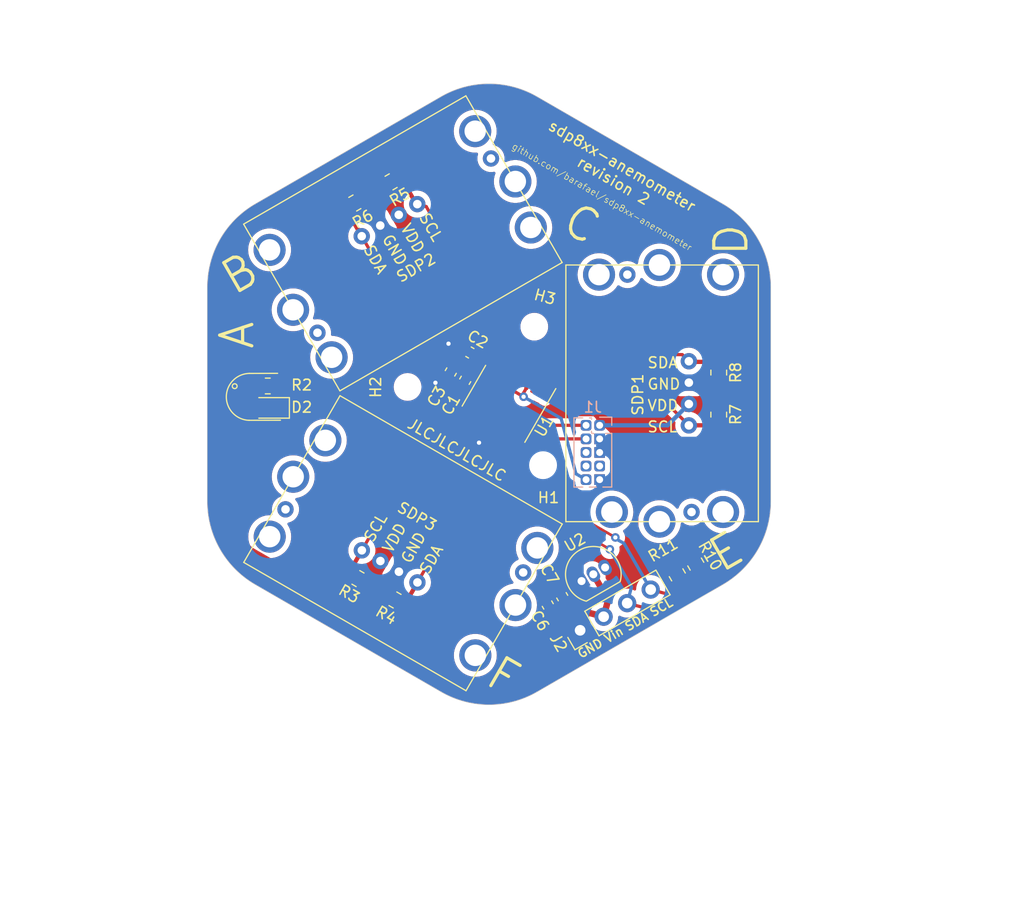
<source format=kicad_pcb>
(kicad_pcb (version 20221018) (generator pcbnew)
  (layers (0 "F.Cu" signal) (31 "B.Cu" signal) (34 "B.Paste" user) (35 "F.Paste" user) (36 "B.SilkS" user "B.Silkscreen") (37 "F.SilkS" user "F.Silkscreen") (38 "B.Mask" user) (39 "F.Mask" user) (44 "Edge.Cuts" user))
  (net 0 "")
  (net 1 "NRST")
  (net 2 "3v3")
  (net 3 "SWDIO")
  (net 4 "SWCLK")
  (net 5 "GND")
  (net 6 "SDP-SDA1")
  (net 7 "SDP-SCL1")
  (net 8 "SDP-SDA2")
  (net 9 "SDP-SCL2")
  (net 10 "SDP-SDA3")
  (net 11 "SDP-SCL3")
  (net 12 "Net-(J1-Pad8)")
  (net 13 "Net-(J1-Pad7)")
  (net 14 "SWO")
  (net 15 "LED")
  (net 16 "Net-(D2-Pad2)")
  (net 17 "TX")
  (net 18 "RX")
  (net 19 "Net-(U1-Pad1)")
  (net 20 "Net-(U1-Pad2)")
  (net 21 "Net-(U1-Pad3)")
  (net 22 "Net-(U1-Pad5)")
  (net 23 "Net-(U1-Pad10)")
  (net 24 "Net-(U1-Pad14)")
  (net 25 "Vin")
  (footprint "MountingHole:MountingHole_2.1mm" (layer "F.Cu") (at 101.962216 114.07682)
    (fp_text reference "H3" (at 0.989207 -2.781377 345) (layer "F.SilkS"))
    (fp_text value "MountingHole")
    (pad "" np_thru_hole circle (at 0 0) (size 2.1 2.1) (drill 2.1) (layers "*.Cu" "*.Mask"))
  )
  (footprint "MountingHole:MountingHole_2.1mm" (layer "F.Cu") (at 102.782728 127.027368)
    (fp_text reference "H1" (at 0.508696 3.038073) (layer "F.SilkS"))
    (fp_text value "MountingHole")
    (pad "" np_thru_hole circle (at 0 0) (size 2.1 2.1) (drill 2.1) (layers "*.Cu" "*.Mask"))
  )
  (footprint "MountingHole:MountingHole_2.1mm" (layer "F.Cu") (at 90.112309 119.712101)
    (fp_text reference "H2" (at -2.980886 0.023342 90) (layer "F.SilkS"))
    (fp_text value "MountingHole")
    (pad "" np_thru_hole circle (at 0 0) (size 2.1 2.1) (drill 2.1) (layers "*.Cu" "*.Mask"))
  )
  (footprint "sdp8xx:sdp8xx" (layer "F.Cu") (at 89.810588 134.108368 -30)
    (fp_text reference "SDP3" (at -0.117204 -2.575697 150) (layer "F.SilkS"))
    (fp_text value "sdp8xx")
    (fp_text user "VDD" (at -0.94 0.212381 240) (layer "F.SilkS"))
    (fp_text user "GND" (at 1.06 0.117143 240) (layer "F.SilkS"))
    (fp_text user "SDA" (at 3.06 0.236191 240) (layer "F.SilkS"))
    (fp_text user "SCL" (at -2.94 0.26 240) (layer "F.SilkS"))
    (fp_line (start -12 -8.75) (end -12 9.25) (stroke (width 0.12)) (layer "F.SilkS"))
    (fp_line (start -12 -8.75) (end 12 -8.75) (stroke (width 0.12)) (layer "F.SilkS"))
    (fp_line (start 12 -8.75) (end 12 9.25) (stroke (width 0.12)) (layer "F.SilkS"))
    (fp_line (start 12 9.25) (end -12 9.25) (stroke (width 0.12)) (layer "F.SilkS"))
    (pad "" np_thru_hole circle (at -12 0 330) (size 3 3) (drill 2) (layers "*.Cu" "*.Mask"))
    (pad "" np_thru_hole circle (at -11.1 -4.45 330) (size 3 3) (drill 2) (layers "*.Cu" "*.Mask"))
    (pad "" np_thru_hole circle (at -11.1 3 330) (size 1.524 1.524) (drill 0.8) (layers "*.Cu" "*.Mask"))
    (pad "" np_thru_hole circle (at -11.1 5.95 330) (size 3 3) (drill 2) (layers "*.Cu" "*.Mask"))
    (pad "" np_thru_hole circle (at 11.1 -5.65 330) (size 3 3) (drill 2) (layers "*.Cu" "*.Mask"))
    (pad "" np_thru_hole circle (at 11.1 -3 330) (size 1.524 1.524) (drill 0.8) (layers "*.Cu" "*.Mask"))
    (pad "" np_thru_hole circle (at 11.1 5.95 330) (size 3 3) (drill 2) (layers "*.Cu" "*.Mask"))
    (pad "" np_thru_hole circle (at 12 0 330) (size 3 3) (drill 2) (layers "*.Cu" "*.Mask"))
    (pad "0" thru_hole rect (at 1 2.75 330) (size 1.524 1.524) (drill 0.8) (layers "*.Cu" "*.Mask") (net 5 "GND"))
    (pad "1" thru_hole circle (at -1 2.75 330) (size 1.524 1.524) (drill 0.8) (layers "*.Cu" "*.Mask") (net 2 "3v3"))
    (pad "2" thru_hole circle (at 3 2.75 330) (size 1.524 1.524) (drill 0.8) (layers "*.Cu" "*.Mask") (net 10 "SDP-SDA3"))
    (pad "3" thru_hole circle (at -3 2.75 330) (size 1.524 1.524) (drill 0.8) (layers "*.Cu" "*.Mask") (net 11 "SDP-SCL3"))
  )
  (footprint "Resistor_SMD:R_0805_2012Metric_Pad1.20x1.40mm_HandSolder" (layer "F.Cu") (at 119.210773 122.298131 90)
    (fp_text reference "R7" (at 0.010253 1.580318 90) (layer "F.SilkS"))
    (fp_text value "4.7k")
    (fp_line (start -0.227064 -0.735) (end 0.227064 -0.735) (stroke (width 0.12)) (layer "F.SilkS"))
    (fp_line (start -0.227064 0.735) (end 0.227064 0.735) (stroke (width 0.12)) (layer "F.SilkS"))
    (pad "1" smd roundrect (at -1 0 90) (size 1.2 1.4) (layers "F.Cu" "F.Paste" "F.Mask") (roundrect_rratio 0.2083325) (net 7 "SDP-SCL1"))
    (pad "2" smd roundrect (at 1 0 90) (size 1.2 1.4) (layers "F.Cu" "F.Paste" "F.Mask") (roundrect_rratio 0.2083325) (net 2 "3v3"))
  )
  (footprint "Capacitor_SMD:C_0603_1608Metric_Pad1.08x0.95mm_HandSolder" (layer "F.Cu") (at 104.574824 139.324872 -60)
    (fp_text reference "C7" (at -2.42352 -0.021203 300) (layer "F.SilkS"))
    (fp_text value "1uF")
    (fp_line (start -0.146267 -0.51) (end 0.146267 -0.51) (stroke (width 0.12)) (layer "F.SilkS"))
    (fp_line (start -0.146267 0.51) (end 0.146267 0.51) (stroke (width 0.12)) (layer "F.SilkS"))
    (pad "1" smd roundrect (at -0.8625 0 300) (size 1.075 0.95) (layers "F.Cu" "F.Paste" "F.Mask") (net 25 "Vin"))
    (pad "2" smd roundrect (at 0.8625 0 300) (size 1.075 0.95) (layers "F.Cu" "F.Paste" "F.Mask") (net 5 "GND"))
  )
  (footprint "Resistor_SMD:R_0805_2012Metric_Pad1.20x1.40mm_HandSolder" (layer "F.Cu") (at 119.211809 118.366759 -90)
    (fp_text reference "R8" (at 0.00084 -1.581455 90) (layer "F.SilkS"))
    (fp_text value "4.7k")
    (fp_line (start -0.227064 -0.735) (end 0.227064 -0.735) (stroke (width 0.12)) (layer "F.SilkS"))
    (fp_line (start -0.227064 0.735) (end 0.227064 0.735) (stroke (width 0.12)) (layer "F.SilkS"))
    (pad "1" smd roundrect (at -1 0 270) (size 1.2 1.4) (layers "F.Cu" "F.Paste" "F.Mask") (roundrect_rratio 0.2083325) (net 6 "SDP-SDA1"))
    (pad "2" smd roundrect (at 1 0 270) (size 1.2 1.4) (layers "F.Cu" "F.Paste" "F.Mask") (roundrect_rratio 0.2083325) (net 2 "3v3"))
  )
  (footprint "Package_SO:TSSOP-20_4.4x6.5mm_P0.65mm" (layer "F.Cu") (at 99.245126 121.290065 -120)
    (fp_text reference "U1" (at 0 -4.2 60) (layer "F.SilkS"))
    (fp_text value "STM32F042F6Px")
    (fp_line (start 0 -3.385) (end -3.6 -3.385) (stroke (width 0.12)) (layer "F.SilkS"))
    (fp_line (start 0 -3.385) (end 2.2 -3.385) (stroke (width 0.12)) (layer "F.SilkS"))
    (fp_line (start 0 3.385) (end -2.2 3.385) (stroke (width 0.12)) (layer "F.SilkS"))
    (fp_line (start 0 3.385) (end 2.2 3.385) (stroke (width 0.12)) (layer "F.SilkS"))
    (pad "1" smd roundrect (at -2.8625 -2.925 240) (size 1.475 0.4) (layers "F.Cu" "F.Paste" "F.Mask") (net 19 "Net-(U1-Pad1)"))
    (pad "2" smd roundrect (at -2.8625 -2.275 240) (size 1.475 0.4) (layers "F.Cu" "F.Paste" "F.Mask") (net 20 "Net-(U1-Pad2)"))
    (pad "3" smd roundrect (at -2.8625 -1.625 240) (size 1.475 0.4) (layers "F.Cu" "F.Paste" "F.Mask") (net 21 "Net-(U1-Pad3)"))
    (pad "4" smd roundrect (at -2.8625 -0.975 240) (size 1.475 0.4) (layers "F.Cu" "F.Paste" "F.Mask") (net 1 "NRST"))
    (pad "5" smd roundrect (at -2.8625 -0.325 240) (size 1.475 0.4) (layers "F.Cu" "F.Paste" "F.Mask") (net 22 "Net-(U1-Pad5)"))
    (pad "6" smd roundrect (at -2.8625 0.325 240) (size 1.475 0.4) (layers "F.Cu" "F.Paste" "F.Mask") (net 7 "SDP-SCL1"))
    (pad "7" smd roundrect (at -2.8625 0.975 240) (size 1.475 0.4) (layers "F.Cu" "F.Paste" "F.Mask") (net 6 "SDP-SDA1"))
    (pad "8" smd roundrect (at -2.8625 1.625 240) (size 1.475 0.4) (layers "F.Cu" "F.Paste" "F.Mask") (net 9 "SDP-SCL2"))
    (pad "9" smd roundrect (at -2.8625 2.275 240) (size 1.475 0.4) (layers "F.Cu" "F.Paste" "F.Mask") (net 8 "SDP-SDA2"))
    (pad "10" smd roundrect (at -2.8625 2.925 240) (size 1.475 0.4) (layers "F.Cu" "F.Paste" "F.Mask") (net 23 "Net-(U1-Pad10)"))
    (pad "11" smd roundrect (at 2.8625 2.925 240) (size 1.475 0.4) (layers "F.Cu" "F.Paste" "F.Mask") (net 15 "LED"))
    (pad "12" smd roundrect (at 2.8625 2.275 240) (size 1.475 0.4) (layers "F.Cu" "F.Paste" "F.Mask") (net 11 "SDP-SCL3"))
    (pad "13" smd roundrect (at 2.8625 1.625 240) (size 1.475 0.4) (layers "F.Cu" "F.Paste" "F.Mask") (net 10 "SDP-SDA3"))
    (pad "14" smd roundrect (at 2.8625 0.975 240) (size 1.475 0.4) (layers "F.Cu" "F.Paste" "F.Mask") (net 24 "Net-(U1-Pad14)"))
    (pad "15" smd roundrect (at 2.8625 0.325 240) (size 1.475 0.4) (layers "F.Cu" "F.Paste" "F.Mask") (net 5 "GND"))
    (pad "16" smd roundrect (at 2.8625 -0.325 240) (size 1.475 0.4) (layers "F.Cu" "F.Paste" "F.Mask") (net 2 "3v3"))
    (pad "17" smd roundrect (at 2.8625 -0.975 240) (size 1.475 0.4) (layers "F.Cu" "F.Paste" "F.Mask") (net 17 "TX"))
    (pad "18" smd roundrect (at 2.8625 -1.625 240) (size 1.475 0.4) (layers "F.Cu" "F.Paste" "F.Mask") (net 18 "RX"))
    (pad "19" smd roundrect (at 2.8625 -2.275 240) (size 1.475 0.4) (layers "F.Cu" "F.Paste" "F.Mask") (net 3 "SWDIO"))
    (pad "20" smd roundrect (at 2.8625 -2.925 240) (size 1.475 0.4) (layers "F.Cu" "F.Paste" "F.Mask") (net 4 "SWCLK"))
  )
  (footprint "Capacitor_SMD:C_0603_1608Metric_Pad1.08x0.95mm_HandSolder" (layer "F.Cu") (at 94.153073 118.309757 -120)
    (fp_text reference "C3" (at 2.645 0.005 60) (layer "F.SilkS"))
    (fp_text value "4.7uF")
    (fp_line (start -0.146267 -0.51) (end 0.146267 -0.51) (stroke (width 0.12)) (layer "F.SilkS"))
    (fp_line (start -0.146267 0.51) (end 0.146267 0.51) (stroke (width 0.12)) (layer "F.SilkS"))
    (pad "1" smd roundrect (at -0.8625 0 240) (size 1.075 0.95) (layers "F.Cu" "F.Paste" "F.Mask") (net 2 "3v3"))
    (pad "2" smd roundrect (at 0.8625 0 240) (size 1.075 0.95) (layers "F.Cu" "F.Paste" "F.Mask") (net 5 "GND"))
  )
  (footprint "Resistor_SMD:R_0805_2012Metric_Pad1.20x1.40mm_HandSolder" (layer "F.Cu") (at 88.573577 100.532298 -150)
    (fp_text reference "R5" (at 0 -1.65 30) (layer "F.SilkS"))
    (fp_text value "4.7k")
    (fp_line (start -0.227064 -0.735) (end 0.227064 -0.735) (stroke (width 0.12)) (layer "F.SilkS"))
    (fp_line (start -0.227064 0.735) (end 0.227064 0.735) (stroke (width 0.12)) (layer "F.SilkS"))
    (pad "1" smd roundrect (at -1 0 210) (size 1.2 1.4) (layers "F.Cu" "F.Paste" "F.Mask") (roundrect_rratio 0.2083325) (net 9 "SDP-SCL2"))
    (pad "2" smd roundrect (at 1 0 210) (size 1.2 1.4) (layers "F.Cu" "F.Paste" "F.Mask") (roundrect_rratio 0.2083325) (net 2 "3v3"))
  )
  (footprint "Resistor_SMD:R_0805_2012Metric_Pad1.20x1.40mm_HandSolder" (layer "F.Cu") (at 85.473203 137.633742 -30)
    (fp_text reference "R3" (at 0.005 1.655001 150) (layer "F.SilkS"))
    (fp_text value "4.7k")
    (fp_line (start -0.227064 -0.735) (end 0.227064 -0.735) (stroke (width 0.12)) (layer "F.SilkS"))
    (fp_line (start -0.227064 0.735) (end 0.227064 0.735) (stroke (width 0.12)) (layer "F.SilkS"))
    (pad "1" smd roundrect (at -1 0 330) (size 1.2 1.4) (layers "F.Cu" "F.Paste" "F.Mask") (roundrect_rratio 0.2083325) (net 11 "SDP-SCL3"))
    (pad "2" smd roundrect (at 1 0 330) (size 1.2 1.4) (layers "F.Cu" "F.Paste" "F.Mask") (roundrect_rratio 0.2083325) (net 2 "3v3"))
  )
  (footprint "Capacitor_SMD:C_0603_1608Metric_Pad1.08x0.95mm_HandSolder" (layer "F.Cu") (at 95.50408 119.089756 -120)
    (fp_text reference "C1" (at 2.645001 0.01 240) (layer "F.SilkS"))
    (fp_text value "100nF")
    (fp_line (start -0.146267 -0.51) (end 0.146267 -0.51) (stroke (width 0.12)) (layer "F.SilkS"))
    (fp_line (start -0.146267 0.51) (end 0.146267 0.51) (stroke (width 0.12)) (layer "F.SilkS"))
    (pad "1" smd roundrect (at -0.8625 0 240) (size 1.075 0.95) (layers "F.Cu" "F.Paste" "F.Mask") (net 2 "3v3"))
    (pad "2" smd roundrect (at 0.8625 0 240) (size 1.075 0.95) (layers "F.Cu" "F.Paste" "F.Mask") (net 5 "GND"))
  )
  (footprint "Resistor_SMD:R_0805_2012Metric_Pad1.20x1.40mm_HandSolder" (layer "F.Cu") (at 88.937302 139.633744 150)
    (fp_text reference "R4" (at -0.005 -1.655 150) (layer "F.SilkS"))
    (fp_text value "4.7k")
    (fp_line (start -0.227064 -0.735) (end 0.227064 -0.735) (stroke (width 0.12)) (layer "F.SilkS"))
    (fp_line (start -0.227064 0.735) (end 0.227064 0.735) (stroke (width 0.12)) (layer "F.SilkS"))
    (pad "1" smd roundrect (at -1 0 150) (size 1.2 1.4) (layers "F.Cu" "F.Paste" "F.Mask") (roundrect_rratio 0.2083325) (net 10 "SDP-SDA3"))
    (pad "2" smd roundrect (at 1 0 150) (size 1.2 1.4) (layers "F.Cu" "F.Paste" "F.Mask") (roundrect_rratio 0.2083325) (net 2 "3v3"))
  )
  (footprint "Diode_SMD:D_0805_2012Metric_Pad1.15x1.40mm_HandSolder" (layer "F.Cu") (at 77.202244 121.669456 180)
    (fp_text reference "D2" (at -3.007733 0.061523) (layer "F.SilkS"))
    (fp_text value "LED")
    (fp_line (start -1.86 -0.96) (end -1.86 0.96) (stroke (width 0.12)) (layer "F.SilkS"))
    (fp_line (start -1.86 0.96) (end 1 0.96) (stroke (width 0.12)) (layer "F.SilkS"))
    (fp_line (start 1 -0.96) (end -1.86 -0.96) (stroke (width 0.12)) (layer "F.SilkS"))
    (pad "1" smd roundrect (at -1.025 0 180) (size 1.15 1.4) (layers "F.Cu" "F.Paste" "F.Mask") (roundrect_rratio 0.2173904348) (net 15 "LED"))
    (pad "2" smd roundrect (at 1.025 0 180) (size 1.15 1.4) (layers "F.Cu" "F.Paste" "F.Mask") (roundrect_rratio 0.2173904348) (net 16 "Net-(D2-Pad2)"))
  )
  (footprint "Capacitor_SMD:C_0603_1608Metric_Pad1.08x0.95mm_HandSolder" (layer "F.Cu") (at 95.939392 116.490529 150)
    (fp_text reference "C2" (at -0.017197 1.437542 150) (layer "F.SilkS"))
    (fp_text value "100nF")
    (fp_line (start -0.146267 -0.51) (end 0.146267 -0.51) (stroke (width 0.12)) (layer "F.SilkS"))
    (fp_line (start -0.146267 0.51) (end 0.146267 0.51) (stroke (width 0.12)) (layer "F.SilkS"))
    (pad "1" smd roundrect (at -0.8625 0 150) (size 1.075 0.95) (layers "F.Cu" "F.Paste" "F.Mask") (net 1 "NRST"))
    (pad "2" smd roundrect (at 0.8625 0 150) (size 1.075 0.95) (layers "F.Cu" "F.Paste" "F.Mask") (net 5 "GND"))
  )
  (footprint "Package_TO_SOT_THT:TO-92_Inline" (layer "F.Cu") (at 106.384013 137.865151 30)
    (fp_text reference "U2" (at 1.272192 -3.436499 30) (layer "F.SilkS"))
    (fp_text value "MCP1700-3302E_TO92")
    (fp_line (start -0.53 1.85) (end 3.07 1.85) (stroke (width 0.12)) (layer "F.SilkS"))
    (fp_arc (start -0.568478 1.838478) (mid -1.132087 -0.994977) (end 1.27 -2.6) (stroke (width 0.12)) (layer "F.SilkS"))
    (fp_arc (start 1.27 -2.6) (mid 3.672087 -0.994977) (end 3.108478 1.838478) (stroke (width 0.12)) (layer "F.SilkS"))
    (pad "1" thru_hole rect (at 0 0 30) (size 1.05 1.5) (drill 0.75) (layers "*.Cu" "*.Mask") (net 5 "GND"))
    (pad "2" thru_hole oval (at 1.27 0 30) (size 1.05 1.5) (drill 0.75) (layers "*.Cu" "*.Mask") (net 25 "Vin"))
    (pad "3" thru_hole oval (at 2.54 0 30) (size 1.05 1.5) (drill 0.75) (layers "*.Cu" "*.Mask") (net 2 "3v3"))
  )
  (footprint "Capacitor_SMD:C_0603_1608Metric_Pad1.08x0.95mm_HandSolder" (layer "F.Cu") (at 103.221053 140.103559 -60)
    (fp_text reference "C6" (at 0.901603 1.361621 120) (layer "F.SilkS"))
    (fp_text value "1uF")
    (fp_line (start -0.146267 -0.51) (end 0.146267 -0.51) (stroke (width 0.12)) (layer "F.SilkS"))
    (fp_line (start -0.146267 0.51) (end 0.146267 0.51) (stroke (width 0.12)) (layer "F.SilkS"))
    (pad "1" smd roundrect (at -0.8625 0 300) (size 1.075 0.95) (layers "F.Cu" "F.Paste" "F.Mask") (net 2 "3v3"))
    (pad "2" smd roundrect (at 0.8625 0 300) (size 1.075 0.95) (layers "F.Cu" "F.Paste" "F.Mask") (net 5 "GND"))
  )
  (footprint "sdp8xx:sdp8xx" (layer "F.Cu") (at 113.667094 120.307683 90)
    (fp_text reference "SDP1" (at -0.122839 -2.020746 90) (layer "F.SilkS"))
    (fp_text value "sdp8xx")
    (fp_text user "SDA" (at 2.864244 0.298946 180) (layer "F.SilkS"))
    (fp_text user "SCL" (at -3.135755 0.275136 180) (layer "F.SilkS"))
    (fp_text user "GND" (at 0.864244 0.417993 180) (layer "F.SilkS"))
    (fp_text user "VDD" (at -1.135755 0.322755 180) (layer "F.SilkS"))
    (fp_line (start -12 -8.75) (end -12 9.25) (stroke (width 0.12)) (layer "F.SilkS"))
    (fp_line (start -12 -8.75) (end 12 -8.75) (stroke (width 0.12)) (layer "F.SilkS"))
    (fp_line (start 12 -8.75) (end 12 9.25) (stroke (width 0.12)) (layer "F.SilkS"))
    (fp_line (start 12 9.25) (end -12 9.25) (stroke (width 0.12)) (layer "F.SilkS"))
    (pad "" np_thru_hole circle (at -12 0 90) (size 3 3) (drill 2) (layers "*.Cu" "*.Mask"))
    (pad "" np_thru_hole circle (at -11.1 -4.45 90) (size 3 3) (drill 2) (layers "*.Cu" "*.Mask"))
    (pad "" np_thru_hole circle (at -11.1 3 90) (size 1.524 1.524) (drill 0.8) (layers "*.Cu" "*.Mask"))
    (pad "" np_thru_hole circle (at -11.1 5.95 90) (size 3 3) (drill 2) (layers "*.Cu" "*.Mask"))
    (pad "" np_thru_hole circle (at 11.1 -5.65 90) (size 3 3) (drill 2) (layers "*.Cu" "*.Mask"))
    (pad "" np_thru_hole circle (at 11.1 -3 90) (size 1.524 1.524) (drill 0.8) (layers "*.Cu" "*.Mask"))
    (pad "" np_thru_hole circle (at 11.1 5.95 90) (size 3 3) (drill 2) (layers "*.Cu" "*.Mask"))
    (pad "" np_thru_hole circle (at 12 0 90) (size 3 3) (drill 2) (layers "*.Cu" "*.Mask"))
    (pad "0" thru_hole rect (at 1 2.75 90) (size 1.524 1.524) (drill 0.8) (layers "*.Cu" "*.Mask") (net 5 "GND"))
    (pad "1" thru_hole circle (at -1 2.75 90) (size 1.524 1.524) (drill 0.8) (layers "*.Cu" "*.Mask") (net 2 "3v3"))
    (pad "2" thru_hole circle (at 3 2.75 90) (size 1.524 1.524) (drill 0.8) (layers "*.Cu" "*.Mask") (net 6 "SDP-SDA1"))
    (pad "3" thru_hole circle (at -3 2.75 90) (size 1.524 1.524) (drill 0.8) (layers "*.Cu" "*.Mask") (net 7 "SDP-SCL1"))
  )
  (footprint "Resistor_SMD:R_0805_2012Metric_Pad1.20x1.40mm_HandSolder" (layer "F.Cu") (at 115.334564 137.282343 120)
    (fp_text reference "R11" (at 2.675061 0.004838 30) (layer "F.SilkS"))
    (fp_text value "4.7k")
    (fp_line (start -0.227064 -0.735) (end 0.227064 -0.735) (stroke (width 0.12)) (layer "F.SilkS"))
    (fp_line (start -0.227064 0.735) (end 0.227064 0.735) (stroke (width 0.12)) (layer "F.SilkS"))
    (pad "1" smd roundrect (at -1 0 120) (size 1.2 1.4) (layers "F.Cu" "F.Paste" "F.Mask") (roundrect_rratio 0.2083325) (net 18 "RX"))
    (pad "2" smd roundrect (at 1 0 120) (size 1.2 1.4) (layers "F.Cu" "F.Paste" "F.Mask") (roundrect_rratio 0.2083325) (net 2 "3v3"))
  )
  (footprint "Resistor_SMD:R_0805_2012Metric_Pad1.20x1.40mm_HandSolder" (layer "F.Cu") (at 117.06356 136.276165 120)
    (fp_text reference "R10" (at -0.008779 1.556452 120) (layer "F.SilkS"))
    (fp_text value "4.7k")
    (fp_line (start -0.227064 -0.735) (end 0.227064 -0.735) (stroke (width 0.12)) (layer "F.SilkS"))
    (fp_line (start -0.227064 0.735) (end 0.227064 0.735) (stroke (width 0.12)) (layer "F.SilkS"))
    (pad "1" smd roundrect (at -1 0 120) (size 1.2 1.4) (layers "F.Cu" "F.Paste" "F.Mask") (roundrect_rratio 0.2083325) (net 17 "TX"))
    (pad "2" smd roundrect (at 1 0 120) (size 1.2 1.4) (layers "F.Cu" "F.Paste" "F.Mask") (roundrect_rratio 0.2083325) (net 2 "3v3"))
  )
  (footprint "Resistor_SMD:R_0805_2012Metric" (layer "F.Cu") (at 77.039986 119.620001 180)
    (fp_text reference "R2" (at -3.169991 0.087369) (layer "F.SilkS"))
    (fp_text value "R")
    (fp_line (start -0.227064 -0.735) (end 0.227064 -0.735) (stroke (width 0.12)) (layer "F.SilkS"))
    (fp_line (start -0.227064 0.735) (end 0.227064 0.735) (stroke (width 0.12)) (layer "F.SilkS"))
    (pad "1" smd roundrect (at -0.9125 0 180) (size 1.025 1.4) (layers "F.Cu" "F.Paste" "F.Mask") (roundrect_rratio 0.2439004878) (net 2 "3v3"))
    (pad "2" smd roundrect (at 0.9125 0 180) (size 1.025 1.4) (layers "F.Cu" "F.Paste" "F.Mask") (roundrect_rratio 0.2439004878) (net 16 "Net-(D2-Pad2)"))
  )
  (footprint "Connector_PinHeader_2.54mm:PinHeader_1x04_P2.54mm_Vertical" (layer "F.Cu") (at 106.24878 142.469385 120)
    (fp_text reference "J2" (at 0 -2.33 120) (layer "F.SilkS"))
    (fp_text value "Conn_01x04")
    (fp_line (start -1.33 -1.33) (end 0 -1.33) (stroke (width 0.12)) (layer "F.SilkS"))
    (fp_line (start -1.33 0) (end -1.33 -1.33) (stroke (width 0.12)) (layer "F.SilkS"))
    (fp_line (start -1.33 1.27) (end -1.33 8.95) (stroke (width 0.12)) (layer "F.SilkS"))
    (fp_line (start -1.33 1.27) (end 1.33 1.27) (stroke (width 0.12)) (layer "F.SilkS"))
    (fp_line (start -1.33 8.95) (end 1.33 8.95) (stroke (width 0.12)) (layer "F.SilkS"))
    (fp_line (start 1.33 1.27) (end 1.33 8.95) (stroke (width 0.12)) (layer "F.SilkS"))
    (pad "1" thru_hole rect (at 0 0 120) (size 1.7 1.7) (drill 1) (layers "*.Cu" "*.Mask") (net 5 "GND"))
    (pad "2" thru_hole oval (at 0 2.54 120) (size 1.7 1.7) (drill 1) (layers "*.Cu" "*.Mask") (net 25 "Vin"))
    (pad "3" thru_hole oval (at 0 5.08 120) (size 1.7 1.7) (drill 1) (layers "*.Cu" "*.Mask") (net 17 "TX"))
    (pad "4" thru_hole oval (at 0 7.62 120) (size 1.7 1.7) (drill 1) (layers "*.Cu" "*.Mask") (net 18 "RX"))
  )
  (footprint "sdp8xx:sdp8xx" (layer "F.Cu") (at 89.798812 106.497324 -150)
    (fp_text reference "SDP2" (at 0.07536 -2.342982 30) (layer "F.SilkS"))
    (fp_text value "sdp8xx")
    (fp_text user "SCL" (at -3.019507 0.250022 300) (layer "F.SilkS"))
    (fp_text user "VDD" (at -1.019507 0.202403 300) (layer "F.SilkS"))
    (fp_text user "GND" (at 0.980492 0.107165 300) (layer "F.SilkS"))
    (fp_text user "SDA" (at 2.980493 0.226212 300) (layer "F.SilkS"))
    (fp_line (start -12 -8.75) (end -12 9.25) (stroke (width 0.12)) (layer "F.SilkS"))
    (fp_line (start -12 -8.75) (end 12 -8.75) (stroke (width 0.12)) (layer "F.SilkS"))
    (fp_line (start 12 -8.75) (end 12 9.25) (stroke (width 0.12)) (layer "F.SilkS"))
    (fp_line (start 12 9.25) (end -12 9.25) (stroke (width 0.12)) (layer "F.SilkS"))
    (pad "" np_thru_hole circle (at -12 0 210) (size 3 3) (drill 2) (layers "*.Cu" "*.Mask"))
    (pad "" np_thru_hole circle (at -11.1 -4.45 210) (size 3 3) (drill 2) (layers "*.Cu" "*.Mask"))
    (pad "" np_thru_hole circle (at -11.1 3 210) (size 1.524 1.524) (drill 0.8) (layers "*.Cu" "*.Mask"))
    (pad "" np_thru_hole circle (at -11.1 5.95 210) (size 3 3) (drill 2) (layers "*.Cu" "*.Mask"))
    (pad "" np_thru_hole circle (at 11.1 -5.65 210) (size 3 3) (drill 2) (layers "*.Cu" "*.Mask"))
    (pad "" np_thru_hole circle (at 11.1 -3 210) (size 1.524 1.524) (drill 0.8) (layers "*.Cu" "*.Mask"))
    (pad "" np_thru_hole circle (at 11.1 5.95 210) (size 3 3) (drill 2) (layers "*.Cu" "*.Mask"))
    (pad "" np_thru_hole circle (at 12 0 210) (size 3 3) (drill 2) (layers "*.Cu" "*.Mask"))
    (pad "0" thru_hole rect (at 1 2.75 210) (size 1.524 1.524) (drill 0.8) (layers "*.Cu" "*.Mask") (net 5 "GND"))
    (pad "1" thru_hole circle (at -1 2.75 210) (size 1.524 1.524) (drill 0.8) (layers "*.Cu" "*.Mask") (net 2 "3v3"))
    (pad "2" thru_hole circle (at 3 2.75 210) (size 1.524 1.524) (drill 0.8) (layers "*.Cu" "*.Mask") (net 8 "SDP-SDA2"))
    (pad "3" thru_hole circle (at -3 2.75 210) (size 1.524 1.524) (drill 0.8) (layers "*.Cu" "*.Mask") (net 9 "SDP-SCL2"))
  )
  (footprint "Resistor_SMD:R_0805_2012Metric_Pad1.20x1.40mm_HandSolder" (layer "F.Cu") (at 85.18034 102.509557 30)
    (fp_text reference "R6" (at -0.099744 1.67173 30) (layer "F.SilkS"))
    (fp_text value "4.7k")
    (fp_line (start -0.227064 -0.735) (end 0.227064 -0.735) (stroke (width 0.12)) (layer "F.SilkS"))
    (fp_line (start -0.227064 0.735) (end 0.227064 0.735) (stroke (width 0.12)) (layer "F.SilkS"))
    (pad "1" smd roundrect (at -1 0 30) (size 1.2 1.4) (layers "F.Cu" "F.Paste" "F.Mask") (roundrect_rratio 0.2083325) (net 8 "SDP-SDA2"))
    (pad "2" smd roundrect (at 1 0 30) (size 1.2 1.4) (layers "F.Cu" "F.Paste" "F.Mask") (roundrect_rratio 0.2083325) (net 2 "3v3"))
  )
  (footprint "Connector_PinHeader_1.27mm:PinHeader_2x05_P1.27mm_Vertical" (layer "B.Cu") (at 108.073747 123.298452 180)
    (fp_text reference "J1" (at 0.635 1.695) (layer "B.SilkS") (effects (justify mirror)))
    (fp_text value "Conn_02x05_Odd_Even")
    (fp_line (start -1.13 -5.775) (end -0.30753 -5.775) (stroke (width 0.12)) (layer "B.SilkS"))
    (fp_line (start -1.13 -0.76) (end -1.13 -5.775) (stroke (width 0.12)) (layer "B.SilkS"))
    (fp_line (start -1.13 -0.76) (end -0.563471 -0.76) (stroke (width 0.12)) (layer "B.SilkS"))
    (fp_line (start -1.13 0) (end -1.13 0.76) (stroke (width 0.12)) (layer "B.SilkS"))
    (fp_line (start -1.13 0.76) (end 0 0.76) (stroke (width 0.12)) (layer "B.SilkS"))
    (fp_line (start 0.30753 -5.775) (end 0.96247 -5.775) (stroke (width 0.12)) (layer "B.SilkS"))
    (fp_line (start 0.563471 -0.76) (end 0.706529 -0.76) (stroke (width 0.12)) (layer "B.SilkS"))
    (fp_line (start 0.76 -0.706529) (end 0.76 -0.563471) (stroke (width 0.12)) (layer "B.SilkS"))
    (fp_line (start 0.76 0.563471) (end 0.76 0.695) (stroke (width 0.12)) (layer "B.SilkS"))
    (fp_line (start 0.76 0.695) (end 0.96247 0.695) (stroke (width 0.12)) (layer "B.SilkS"))
    (fp_line (start 1.57753 -5.775) (end 2.4 -5.775) (stroke (width 0.12)) (layer "B.SilkS"))
    (fp_line (start 1.57753 0.695) (end 2.4 0.695) (stroke (width 0.12)) (layer "B.SilkS"))
    (fp_line (start 2.4 0.695) (end 2.4 -5.775) (stroke (width 0.12)) (layer "B.SilkS"))
    (pad "1" thru_hole roundrect (at 0 0 180) (size 1 1) (drill 0.65) (layers "*.Cu" "*.Mask") (net 2 "3v3"))
    (pad "2" thru_hole roundrect (at 1.27 0 180) (size 1 1) (drill 0.65) (layers "*.Cu" "*.Mask") (net 3 "SWDIO"))
    (pad "3" thru_hole trapezoid (at 0 -1.27 180) (size 1 1) (drill 0.65) (layers "*.Cu" "*.Mask") (net 5 "GND"))
    (pad "4" thru_hole roundrect (at 1.27 -1.27 180) (size 1 1) (drill 0.65) (layers "*.Cu" "*.Mask") (net 4 "SWCLK"))
    (pad "5" thru_hole trapezoid (at 0 -2.54 180) (size 1 1) (drill 0.65) (layers "*.Cu" "*.Mask") (net 5 "GND"))
    (pad "6" thru_hole roundrect (at 1.27 -2.54 180) (size 1 1) (drill 0.65) (layers "*.Cu" "*.Mask") (net 14 "SWO"))
    (pad "7" thru_hole roundrect (at 0 -3.81 180) (size 1 1) (drill 0.65) (layers "*.Cu" "*.Mask") (net 13 "Net-(J1-Pad7)"))
    (pad "8" thru_hole roundrect (at 1.27 -3.81 180) (size 1 1) (drill 0.65) (layers "*.Cu" "*.Mask") (net 12 "Net-(J1-Pad8)"))
    (pad "9" thru_hole trapezoid (at 0 -5.08 180) (size 1 1) (drill 0.65) (layers "*.Cu" "*.Mask") (net 5 "GND"))
    (pad "10" thru_hole roundrect (at 1.27 -5.08 180) (size 1 1) (drill 0.65) (layers "*.Cu" "*.Mask") (net 1 "NRST"))
  )
  (gr_line (start 77.957628 118.438408) (end 75.310161 118.44664) (stroke (width 0.12)) (layer "F.SilkS"))
  (gr_line (start 78.223894 122.821601) (end 75.290818 122.83118) (stroke (width 0.12)) (layer "F.SilkS"))
  (gr_arc (start 75.290813 122.831173) (mid 73.162879 120.629474) (end 75.310161 118.44664) (stroke (width 0.12)) (layer "F.SilkS"))
  (gr_circle (center 73.946157 119.639) (end 73.822952 119.452401) (stroke (width 0.12)) (fill none) (layer "F.SilkS"))
  (gr_arc (start 102.220302 148.231597) (mid 97.732801 149.43402) (end 93.2453 148.231598) (stroke (width 0.05)) (layer "Edge.Cuts"))
  (gr_line (start 75.867624 138.198593) (end 93.2453 148.231598) (stroke (width 0.05)) (layer "Edge.Cuts"))
  (gr_arc (start 119.597976 102.587421) (mid 122.883055 105.872499) (end 124.085478 110.36) (stroke (width 0.05)) (layer "Edge.Cuts"))
  (gr_line (start 124.085478 130.426011) (end 124.085478 110.36) (stroke (width 0.05)) (layer "Edge.Cuts"))
  (gr_line (start 119.597976 102.587421) (end 102.2203 92.554416) (stroke (width 0.05)) (layer "Edge.Cuts"))
  (gr_arc (start 93.245298 92.554417) (mid 97.732799 91.351994) (end 102.2203 92.554416) (stroke (width 0.05)) (layer "Edge.Cuts"))
  (gr_line (start 102.220302 148.231597) (end 119.597978 138.19859) (stroke (width 0.05)) (layer "Edge.Cuts"))
  (gr_arc (start 124.085478 130.42601) (mid 122.883056 134.913511) (end 119.597978 138.19859) (stroke (width 0.05)) (layer "Edge.Cuts"))
  (gr_arc (start 71.380122 110.360003) (mid 72.582544 105.872502) (end 75.867622 102.587423) (stroke (width 0.05)) (layer "Edge.Cuts"))
  (gr_line (start 93.245298 92.554417) (end 75.867622 102.587423) (stroke (width 0.05)) (layer "Edge.Cuts"))
  (gr_line (start 71.380122 110.360003) (end 71.380122 130.426014) (stroke (width 0.05)) (layer "Edge.Cuts"))
  (gr_arc (start 75.867624 138.198593) (mid 72.582545 134.913515) (end 71.380122 130.426014) (stroke (width 0.05)) (layer "Edge.Cuts"))
  (gr_text "JLCJLCJLCJLC" (at 94.711424 125.595441 -30) (layer "F.SilkS") (effects (font (size 1 1))))
  (gr_text "A" (at 74.171426 114.865441 90) (layer "F.SilkS") (effects (font (size 3 3) (thickness 0.3))))
  (gr_text "D" (at 120.371426 105.955441 90) (layer "F.SilkS") (effects (font (size 3 3) (thickness 0.3))))
  (gr_text "B" (at 74.421424 109.105442 30) (layer "F.SilkS") (effects (font (size 3 3) (thickness 0.3))))
  (gr_text "F" (at 99.081424 146.735441 -30) (layer "F.SilkS") (effects (font (size 3 3) (thickness 0.3))))
  (gr_text "C" (at 106.381425 104.435443 -30) (layer "F.SilkS") (effects (font (size 3 3) (thickness 0.3))))
  (gr_text "E" (at 119.911424 135.115441 30) (layer "F.SilkS") (effects (font (size 3 3) (thickness 0.3))))
  (gr_text "sdp8xx-anemometer\nrevision 2" (at 109.769042 99.739827 -30) (layer "F.SilkS") (effects (font (size 1 1))))
  (gr_text "github.com/barafael/sdp8xx-anemometer" (at 108.299041 101.939826 -30) (layer "F.SilkS") (effects (font (size 0.6 0.6) (thickness 0.06))))
  (gr_text "Vin" (at 109.398232 142.884395 30) (layer "F.SilkS") (effects (font (size 0.8 0.8))))
  (gr_text "SDA" (at 111.529469 141.653926 30) (layer "F.SilkS") (effects (font (size 0.8 0.8))))
  (gr_text "SCL" (at 113.842162 140.318695 30) (layer "F.SilkS") (effects (font (size 0.8 0.8))))
  (gr_text "GND" (at 107.184513 144.162487 30) (layer "F.SilkS") (effects (font (size 0.8 0.8))))
  (segment (start 97.084754 117.151803) (end 96.686339 116.921778) (width 0.3) (layer "F.Cu") (net 1))
  (segment (start 101.520751 119.298573) (end 100.894954 120.382483) (width 0.3) (layer "F.Cu") (net 1))
  (segment (start 100.894954 120.382483) (end 100.960775 120.628132) (width 0.3) (layer "F.Cu") (net 1))
  (segment (start 100.960775 120.628132) (end 97.477346 118.616975) (width 0.3) (layer "F.Cu") (net 1))
  (segment (start 97.477346 118.616975) (end 97.084754 117.151803) (width 0.3) (layer "F.Cu") (net 1))
  (via (at 100.960775 120.628132) (size 0.8) (drill 0.4) (layers "F.Cu" "B.Cu") (net 1))
  (segment (start 106.80375 128.378453) (end 105.856687 127.831666) (width 0.3) (layer "B.Cu") (net 1))
  (segment (start 104.469272 122.653763) (end 100.960775 120.628132) (width 0.3) (layer "B.Cu") (net 1))
  (segment (start 105.856687 127.831666) (end 104.469272 122.653763) (width 0.3) (layer "B.Cu") (net 1))
  (segment (start 122.194581 132.716989) (end 122.194581 124.28194) (width 0.3) (layer "F.Cu") (net 2))
  (segment (start 87.374026 100.454621) (end 87.5325 99.863182) (width 0.4) (layer "F.Cu") (net 2))
  (segment (start 87.5325 99.863182) (end 89.666536 98.631097) (width 0.4) (layer "F.Cu") (net 2))
  (segment (start 73.939043 133.356826) (end 75.482886 134.900671) (width 0.4) (layer "F.Cu") (net 2))
  (segment (start 119.501431 135.410139) (end 122.194581 132.716989) (width 0.3) (layer "F.Cu") (net 2))
  (segment (start 96.716208 141.716474) (end 96.612283 141.656474) (width 0.25) (layer "F.Cu") (net 2))
  (segment (start 116.563561 135.41014) (end 119.501431 135.410139) (width 0.3) (layer "F.Cu") (net 2))
  (segment (start 121.024581 115.75699) (end 121.024582 117.936991) (width 0.4) (layer "F.Cu") (net 2))
  (segment (start 89.666536 98.631097) (end 95.591762 100.21876) (width 0.4) (layer "F.Cu") (net 2))
  (segment (start 118.5459 113.278311) (end 121.024581 115.75699) (width 0.4) (layer "F.Cu") (net 2))
  (segment (start 96.716208 141.716474) (end 91.908849 143.004601) (width 0.4) (layer "F.Cu") (net 2))
  (segment (start 108.573748 123.298451) (end 111.544582 126.269282) (width 0.3) (layer "F.Cu") (net 2))
  (segment (start 82.748976 139.09575) (end 86.339228 138.133743) (width 0.4) (layer "F.Cu") (net 2))
  (segment (start 122.194581 124.28194) (end 119.210773 121.29813) (width 0.3) (layer "F.Cu") (net 2))
  (segment (start 87.707552 101.0323) (end 87.374026 100.454621) (width 0.4) (layer "F.Cu") (net 2))
  (segment (start 73.939043 118.969828) (end 73.939043 133.356826) (width 0.4) (layer "F.Cu") (net 2))
  (segment (start 97.560779 124.857437) (end 98.095332 123.931564) (width 0.25) (layer "F.Cu") (net 2))
  (segment (start 121.024582 117.936991) (end 119.59481 119.36676) (width 0.4) (layer "F.Cu") (net 2))
  (segment (start 75.482886 134.900671) (end 82.748976 139.09575) (width 0.4) (layer "F.Cu") (net 2))
  (segment (start 111.544582 126.269282) (end 111.544581 134.561157) (width 0.3) (layer "F.Cu") (net 2))
  (segment (start 98.595416 121.002895) (end 98.595412 123.065401) (width 0.3) (layer "F.Cu") (net 2))
  (segment (start 95.935327 118.342812) (end 98.595416 121.002895) (width 0.3) (layer "F.Cu") (net 2))
  (segment (start 98.464086 123.29287) (end 98.095337 123.931567) (width 0.25) (layer "F.Cu") (net 2))
  (segment (start 113.355011 136.019873) (end 114.834562 136.41632) (width 0.3) (layer "F.Cu") (net 2))
  (segment (start 116.563557 135.410138) (end 114.837079 136.40692) (width 0.3) (layer "F.Cu") (net 2))
  (segment (start 114.837079 136.40692) (end 114.834562 136.41632) (width 0.3) (layer "F.Cu") (net 2))
  (segment (start 102.789805 139.356613) (end 103.132033 138.079392) (width 0.4) (layer "F.Cu") (net 2))
  (segment (start 103.132033 138.079392) (end 107.611952 135.492907) (width 0.4) (layer "F.Cu") (net 2))
  (segment (start 107.611952 135.492907) (end 108.008721 135.599222) (width 0.4) (layer "F.Cu") (net 2))
  (segment (start 108.008721 135.599222) (end 108.583716 136.59515) (width 0.4) (layer "F.Cu") (net 2))
  (segment (start 119.21181 119.36676) (end 119.21181 121.297096) (width 0.4) (layer "F.Cu") (net 2))
  (segment (start 119.21181 121.297096) (end 119.210776 121.29813) (width 0.4) (layer "F.Cu") (net 2))
  (segment (start 116.417093 121.307681) (end 119.201221 121.307682) (width 0.4) (layer "F.Cu") (net 2))
  (segment (start 119.201221 121.307682) (end 119.210776 121.29813) (width 0.4) (layer "F.Cu") (net 2))
  (segment (start 76.667923 116.240946) (end 73.939043 118.969828) (width 0.4) (layer "F.Cu") (net 2))
  (segment (start 119.59481 119.36676) (end 119.211808 119.366759) (width 0.4) (layer "F.Cu") (net 2))
  (segment (start 80.222064 109.016794) (end 76.667929 111.068774) (width 0.4) (layer "F.Cu") (net 2))
  (segment (start 108.073747 123.298452) (end 108.573748 123.298451) (width 0.3) (layer "F.Cu") (net 2))
  (segment (start 97.441254 141.522199) (end 96.716208 141.716474) (width 0.4) (layer "F.Cu") (net 2))
  (segment (start 86.046364 102.009559) (end 84.041807 101.472438) (width 0.4) (layer "F.Cu") (net 2))
  (segment (start 81.914467 102.70066) (end 80.222064 109.016794) (width 0.4) (layer "F.Cu") (net 2))
  (segment (start 76.667923 115.45276) (end 76.667923 116.240946) (width 0.4) (layer "F.Cu") (net 2))
  (segment (start 111.544581 134.561157) (end 110.776714 135.329024) (width 0.3) (layer "F.Cu") (net 2))
  (segment (start 108.073747 123.298452) (end 108.073749 122.798449) (width 0.3) (layer "F.Cu") (net 2))
  (segment (start 108.073749 122.798449) (end 107.578059 122.30276) (width 0.3) (layer "F.Cu") (net 2))
  (segment (start 76.667923 115.45276) (end 76.667929 111.068774) (width 0.4) (layer "F.Cu") (net 2))
  (segment (start 77.952487 116.737323) (end 76.667923 115.45276) (width 0.4) (layer "F.Cu") (net 2))
  (segment (start 77.952486 119.620001) (end 77.952487 116.737323) (width 0.4) (layer "F.Cu") (net 2))
  (segment (start 102.933824 139.894112) (end 101.577035 142.244146) (width 0.4) (layer "F.Cu") (net 2))
  (segment (start 98.595412 123.065401) (end 98.095332 123.931564) (width 0.3) (layer "F.Cu") (net 2))
  (segment (start 94.584325 117.56281) (end 94.496329 117.512001) (width 0.3) (layer "F.Cu") (net 2))
  (segment (start 108.583716 136.59515) (end 110.776714 135.329024) (width 0.3) (layer "F.Cu") (net 2))
  (segment (start 110.776714 135.329024) (end 114.834562 136.41632) (width 0.3) (layer "F.Cu") (net 2))
  (segment (start 95.935327 118.342809) (end 94.584325 117.56281) (width 0.4) (layer "F.Cu") (net 2))
  (segment (start 88.071281 139.133743) (end 86.339226 138.133741) (width 0.4) (layer "F.Cu") (net 2))
  (segment (start 86.339226 138.133741) (end 87.571904 135.99868) (width 0.4) (layer "F.Cu") (net 2))
  (segment (start 87.571904 135.99868) (end 87.569561 135.989942) (width 0.4) (layer "F.Cu") (net 2))
  (segment (start 87.70755 101.032299) (end 86.052125 101.988059) (width 0.4) (layer "F.Cu") (net 2))
  (segment (start 85.972125 102.018057) (end 85.966365 102.039559) (width 0.4) (layer "F.Cu") (net 2))
  (segment (start 87.70755 101.032299) (end 89.182505 103.586993) (width 0.4) (layer "F.Cu") (net 2))
  (segment (start 89.102505 103.616994) (end 89.209839 103.645753) (width 0.4) (layer "F.Cu") (net 2))
  (segment (start 102.789805 139.356613) (end 102.933824 139.894112) (width 0.4) (layer "F.Cu") (net 2))
  (segment (start 107.578059 122.30276) (end 99.358059 122.302762) (width 0.3) (layer "F.Cu") (net 2))
  (segment (start 99.358059 122.302762) (end 98.595412 123.065401) (width 0.3) (layer "F.Cu") (net 2))
  (segment (start 101.577035 142.244146) (end 99.606318 142.772198) (width 0.4) (layer "F.Cu") (net 2))
  (segment (start 99.606318 142.772198) (end 97.441254 141.522199) (width 0.4) (layer "F.Cu") (net 2))
  (segment (start 88.081019 140.794604) (end 87.773973 139.648691) (width 0.4) (layer "F.Cu") (net 2))
  (segment (start 91.908849 143.004601) (end 88.081019 140.794604) (width 0.4) (layer "F.Cu") (net 2))
  (segment (start 87.773973 139.648691) (end 88.071281 139.133743) (width 0.4) (layer "F.Cu") (net 2))
  (segment (start 84.041807 101.472438) (end 81.914467 102.70066) (width 0.4) (layer "F.Cu") (net 2))
  (segment (start 83.934928 119.619999) (end 77.952486 119.620001) (width 0.3) (layer "F.Cu") (net 2))
  (segment (start 106.711147 113.278309) (end 118.5459 113.278311) (width 0.4) (layer "F.Cu") (net 2))
  (segment (start 99.765476 133.085476) (end 97.560779 124.857437) (width 0.25) (layer "F.Cu") (net 2))
  (segment (start 99.761635 133.089317) (end 99.765476 133.085476) (width 0.25) (layer "F.Cu") (net 2))
  (segment (start 94.584323 117.56281) (end 91.547211 115.809332) (width 0.3) (layer "F.Cu") (net 2))
  (segment (start 101.356563 110.186837) (end 101.34814 110.189094) (width 0.4) (layer "F.Cu") (net 2))
  (segment (start 85.144516 117.524929) (end 83.934928 119.619999) (width 0.3) (layer "F.Cu") (net 2))
  (segment (start 106.711147 113.278309) (end 101.356563 110.186837) (width 0.4) (layer "F.Cu") (net 2))
  (segment (start 96.612283 141.656474) (end 99.761635 136.201635) (width 0.25) (layer "F.Cu") (net 2))
  (segment (start 91.547211 115.809332) (end 85.144516 117.524929) (width 0.3) (layer "F.Cu") (net 2))
  (segment (start 95.591762 100.21876) (end 101.34814 110.189094) (width 0.4) (layer "F.Cu") (net 2))
  (segment (start 99.761635 136.201635) (end 99.761635 133.089317) (width 0.25) (layer "F.Cu") (net 2))
  (segment (start 94.527437 117.578052) (end 94.584325 117.56281) (width 0.3) (layer "F.Cu") (net 2))
  (segment (start 108.073747 123.298452) (end 114.426325 123.298449) (width 0.4) (layer "B.Cu") (net 2))
  (segment (start 114.426325 123.298449) (end 116.417093 121.307681) (width 0.4) (layer "B.Cu") (net 2))
  (segment (start 99.784084 124.906565) (end 100.609762 123.47645) (width 0.25) (layer "F.Cu") (net 3))
  (segment (start 100.609762 123.47645) (end 101.274065 123.298452) (width 0.25) (layer "F.Cu") (net 3))
  (segment (start 106.803748 123.298451) (end 101.274065 123.298452) (width 0.3) (layer "F.Cu") (net 3))
  (segment (start 100.346998 125.231564) (end 101.010115 124.56845) (width 0.3) (layer "F.Cu") (net 4))
  (segment (start 101.010115 124.56845) (end 106.803748 124.56845) (width 0.3) (layer "F.Cu") (net 4))
  (segment (start 97.532415 123.606567) (end 97.8767 123.010257) (width 0.25) (layer "F.Cu") (net 5))
  (segment (start 97.8767 123.010257) (end 97.383866 121.170984) (width 0.25) (layer "F.Cu") (net 5))
  (segment (start 93.716105 119.053399) (end 92.716656 119.321199) (width 0.3) (layer "F.Cu") (net 5))
  (segment (start 95.192443 116.059281) (end 94.906361 115.894112) (width 0.3) (layer "F.Cu") (net 5))
  (segment (start 105.006073 140.071816) (end 106.293641 142.301955) (width 0.6) (layer "F.Cu") (net 5))
  (segment (start 93.721822 119.056701) (end 93.716105 119.053399) (width 0.3) (layer "F.Cu") (net 5))
  (segment (start 97.383866 121.170984) (end 95.072827 119.836705) (width 0.25) (layer "F.Cu") (net 5))
  (segment (start 93.721822 119.056701) (end 95.072827 119.836705) (width 0.4) (layer "F.Cu") (net 5))
  (segment (start 106.293641 142.301955) (end 106.24878 142.469385) (width 0.6) (layer "F.Cu") (net 5))
  (segment (start 105.006073 140.071816) (end 103.655744 140.851428) (width 0.3) (layer "F.Cu") (net 5))
  (segment (start 103.655744 140.851428) (end 103.652303 140.850506) (width 0.3) (layer "F.Cu") (net 5))
  (segment (start 96.793268 124.924543) (end 97.539326 123.632335) (width 0.3) (layer "F.Cu") (net 5))
  (segment (start 97.539326 123.632335) (end 97.532419 123.606566) (width 0.3) (layer "F.Cu") (net 5))
  (segment (start 93.939769 115.666044) (end 94.802054 116.163884) (width 0.3) (layer "F.Cu") (net 5))
  (segment (start 94.802054 116.163884) (end 95.192445 116.059279) (width 0.3) (layer "F.Cu") (net 5))
  (via (at 92.716656 119.321199) (size 0.8) (drill 0.4) (layers "F.Cu" "B.Cu") (net 5))
  (via (at 93.939769 115.666044) (size 0.8) (drill 0.4) (layers "F.Cu" "B.Cu") (net 5))
  (via (at 96.793268 124.924543) (size 0.8) (drill 0.4) (layers "F.Cu" "B.Cu") (net 5))
  (segment (start 87.557786 104.615751) (end 93.863524 115.537609) (width 0.4) (layer "B.Cu") (net 5))
  (segment (start 116.417094 119.307682) (end 96.764904 119.307684) (width 0.4) (layer "B.Cu") (net 5))
  (segment (start 89.301613 136.989938) (end 96.171364 125.091181) (width 0.4) (layer "B.Cu") (net 5))
  (segment (start 117.583671 124.568449) (end 108.073749 124.568449) (width 0.4) (layer "B.Cu") (net 5))
  (segment (start 117.577504 119.307681) (end 118.805971 120.536149) (width 0.4) (layer "B.Cu") (net 5))
  (segment (start 118.805972 123.34615) (end 117.583671 124.568449) (width 0.4) (layer "B.Cu") (net 5))
  (segment (start 96.171364 125.091181) (end 96.793268 124.924543) (width 0.4) (layer "B.Cu") (net 5))
  (segment (start 109.240775 126.018129) (end 109.061095 125.838451) (width 0.4) (layer "B.Cu") (net 5))
  (segment (start 109.061095 125.838451) (end 108.073746 125.838454) (width 0.4) (layer "B.Cu") (net 5))
  (segment (start 109.240776 128.218132) (end 109.240775 126.018129) (width 0.4) (layer "B.Cu") (net 5))
  (segment (start 109.080451 128.37845) (end 109.240776 128.218132) (width 0.4) (layer "B.Cu") (net 5))
  (segment (start 108.073747 128.378451) (end 109.080451 128.37845) (width 0.4) (layer "B.Cu") (net 5))
  (segment (start 108.073747 124.568453) (end 108.073746 125.838454) (width 0.4) (layer "B.Cu") (net 5))
  (segment (start 93.74677 123.165648) (end 96.793268 124.924543) (width 0.3) (layer "B.Cu") (net 5))
  (segment (start 116.417094 119.307682) (end 117.577504 119.307681) (width 0.4) (layer "B.Cu") (net 5))
  (segment (start 92.454947 118.344488) (end 92.716656 119.321199) (width 0.3) (layer "B.Cu") (net 5))
  (segment (start 92.716656 119.321199) (end 93.74677 123.165648) (width 0.3) (layer "B.Cu") (net 5))
  (segment (start 106.24878 142.469385) (end 106.248783 138.000386) (width 0.4) (layer "B.Cu") (net 5))
  (segment (start 106.248783 138.000386) (end 106.384013 137.865151) (width 0.4) (layer "B.Cu") (net 5))
  (segment (start 108.073748 129.135157) (end 106.384013 130.824891) (width 0.4) (layer "B.Cu") (net 5))
  (segment (start 108.073747 128.378451) (end 108.073748 129.135157) (width 0.4) (layer "B.Cu") (net 5))
  (segment (start 96.908376 125.354129) (end 96.793268 124.924543) (width 0.3) (layer "B.Cu") (net 5))
  (segment (start 118.805971 120.536149) (end 118.805972 123.34615) (width 0.4) (layer "B.Cu") (net 5))
  (segment (start 105.60526 134.051013) (end 96.908376 125.354129) (width 0.3) (layer "B.Cu") (net 5))
  (segment (start 106.384014 134.051012) (end 106.384013 137.865151) (width 0.4) (layer "B.Cu") (net 5))
  (segment (start 106.384013 130.824891) (end 106.384014 134.051012) (width 0.4) (layer "B.Cu") (net 5))
  (segment (start 106.384014 134.051012) (end 105.60526 134.051013) (width 0.3) (layer "B.Cu") (net 5))
  (segment (start 92.435426 118.271641) (end 92.454947 118.344488) (width 0.3) (layer "B.Cu") (net 5))
  (segment (start 93.939769 115.666044) (end 92.435426 118.271641) (width 0.3) (layer "B.Cu") (net 5))
  (segment (start 99.832004 118.323569) (end 100.702038 116.816619) (width 0.3) (layer "F.Cu") (net 6))
  (segment (start 100.702038 116.816619) (end 101.181563 116.688128) (width 0.3) (layer "F.Cu") (net 6))
  (segment (start 101.181563 116.688128) (end 115.797542 116.688131) (width 0.3) (layer "F.Cu") (net 6))
  (segment (start 115.797542 116.688131) (end 116.417092 117.307683) (width 0.3) (layer "F.Cu") (net 6))
  (segment (start 119.211811 117.366758) (end 116.476173 117.366758) (width 0.4) (layer "F.Cu") (net 6))
  (segment (start 116.476173 117.366758) (end 116.417092 117.307683) (width 0.4) (layer "F.Cu") (net 6))
  (segment (start 101.123633 117.386401) (end 101.490387 117.288127) (width 0.3) (layer "F.Cu") (net 7))
  (segment (start 110.397546 117.288132) (end 101.490387 117.288127) (width 0.3) (layer "F.Cu") (net 7))
  (segment (start 116.417096 123.307681) (end 110.397546 117.288132) (width 0.3) (layer "F.Cu") (net 7))
  (segment (start 116.426645 123.298129) (end 116.417096 123.307681) (width 0.4) (layer "F.Cu") (net 7))
  (segment (start 119.210775 123.298131) (end 116.426645 123.298129) (width 0.4) (layer "F.Cu") (net 7))
  (segment (start 100.39492 118.648569) (end 101.123633 117.386401) (width 0.3) (layer "F.Cu") (net 7))
  (segment (start 98.736914 117.665331) (end 98.706168 117.673571) (width 0.3) (layer "F.Cu") (net 8))
  (segment (start 85.825732 105.61575) (end 84.322283 103.011691) (width 0.4) (layer "F.Cu") (net 8))
  (segment (start 84.242279 103.041691) (end 84.234311 103.039557) (width 0.4) (layer "F.Cu") (net 8))
  (segment (start 97.022256 112.790127) (end 99.27394 116.690158) (width 0.3) (layer "F.Cu") (net 8))
  (segment (start 88.676817 110.553973) (end 97.022256 112.790127) (width 0.3) (layer "F.Cu") (net 8))
  (segment (start 98.706168 117.673568) (end 99.27394 116.690158) (width 0.3) (layer "F.Cu") (net 8))
  (segment (start 85.825735 105.615753) (end 88.676817 110.553973) (width 0.3) (layer "F.Cu") (net 8))
  (segment (start 99.337117 117.980344) (end 99.269087 117.998569) (width 0.3) (layer "F.Cu") (net 9))
  (segment (start 89.439601 100.032298) (end 90.914559 102.586993) (width 0.4) (layer "F.Cu") (net 9))
  (segment (start 90.834558 102.616996) (end 90.941888 102.645751) (width 0.4) (layer "F.Cu") (net 9))
  (segment (start 99.865415 116.965688) (end 99.911369 116.794195) (width 0.3) (layer "F.Cu") (net 9))
  (segment (start 91.854201 102.838771) (end 91.021889 102.615752) (width 0.3) (layer "F.Cu") (net 9))
  (segment (start 99.911369 116.794195) (end 91.854201 102.838771) (width 0.3) (layer "F.Cu") (net 9))
  (segment (start 99.269082 117.998567) (end 99.865415 116.965688) (width 0.3) (layer "F.Cu") (net 9))
  (segment (start 91.495531 131.462763) (end 92.543679 135.374513) (width 0.3) (layer "F.Cu") (net 10))
  (segment (start 92.543679 135.374513) (end 91.033661 137.989935) (width 0.3) (layer "F.Cu") (net 10))
  (segment (start 96.406586 122.956566) (end 91.495531 131.462763) (width 0.3) (layer "F.Cu") (net 10))
  (segment (start 89.803327 140.133744) (end 91.036005 137.998683) (width 0.4) (layer "F.Cu") (net 10))
  (segment (start 91.036005 137.998683) (end 91.033661 137.989935) (width 0.4) (layer "F.Cu") (net 10))
  (segment (start 85.839851 134.998682) (end 85.837511 134.989941) (width 0.4) (layer "F.Cu") (net 11))
  (segment (start 90.963748 131.083838) (end 87.567262 131.993922) (width 0.3) (layer "F.Cu") (net 11))
  (segment (start 87.567262 131.993922) (end 85.837511 134.989941) (width 0.3) (layer "F.Cu") (net 11))
  (segment (start 95.843667 122.631566) (end 90.963748 131.083838) (width 0.3) (layer "F.Cu") (net 11))
  (segment (start 84.607175 137.133744) (end 85.839851 134.998682) (width 0.4) (layer "F.Cu") (net 11))
  (segment (start 88.618877 123.71011) (end 85.084359 121.669455) (width 0.3) (layer "F.Cu") (net 15))
  (segment (start 94.400233 122.160999) (end 95.135187 122.161) (width 0.3) (layer "F.Cu") (net 15))
  (segment (start 78.227245 121.669453) (end 85.084359 121.669455) (width 0.3) (layer "F.Cu") (net 15))
  (segment (start 95.135187 122.161) (end 95.280752 122.306562) (width 0.3) (layer "F.Cu") (net 15))
  (segment (start 94.400233 122.160999) (end 88.618877 123.71011) (width 0.3) (layer "F.Cu") (net 15))
  (segment (start 76.12749 119.620003) (end 76.127488 121.619697) (width 0.4) (layer "F.Cu") (net 16))
  (segment (start 76.127488 121.619697) (end 76.177244 121.669456) (width 0.4) (layer "F.Cu") (net 16))
  (segment (start 109.02718 134.891459) (end 99.313219 129.283101) (width 0.25) (layer "F.Cu") (net 17))
  (segment (start 99.313219 129.283101) (end 98.185683 125.075078) (width 0.25) (layer "F.Cu") (net 17))
  (segment (start 117.602719 138.63526) (end 113.867257 140.79193) (width 0.3) (layer "F.Cu") (net 17))
  (segment (start 113.867257 140.79193) (end 110.648189 139.929384) (width 0.3) (layer "F.Cu") (net 17))
  (segment (start 117.563561 137.14219) (end 117.863561 137.661805) (width 0.3) (layer "F.Cu") (net 17))
  (segment (start 117.863561 137.661805) (end 117.602719 138.63526) (width 0.3) (layer "F.Cu") (net 17))
  (segment (start 98.55594 124.315631) (end 98.658247 124.256564) (width 0.3) (layer "F.Cu") (net 17))
  (segment (start 98.658251 124.256565) (end 98.658251 124.256562) (width 0.25) (layer "F.Cu") (net 17))
  (segment (start 98.185683 125.075078) (end 98.658251 124.256565) (width 0.25) (layer "F.Cu") (net 17))
  (via (at 109.02718 134.891459) (size 0.8) (drill 0.4) (layers "F.Cu" "B.Cu") (net 17))
  (segment (start 110.648189 139.929384) (end 111.056354 138.406093) (width 0.3) (layer "B.Cu") (net 17))
  (segment (start 111.056354 138.406093) (end 109.02718 134.891459) (width 0.3) (layer "B.Cu") (net 17))
  (segment (start 109.543204 133.785239) (end 99.582603 128.034487) (width 0.25) (layer "F.Cu") (net 18))
  (segment (start 99.582603 128.034487) (end 98.836105 125.248513) (width 0.25) (layer "F.Cu") (net 18))
  (segment (start 115.834559 138.148369) (end 114.283289 139.044) (width 0.3) (layer "F.Cu") (net 18))
  (segment (start 114.283289 139.044) (end 112.847895 138.659384) (width 0.3) (layer "F.Cu") (net 18))
  (segment (start 98.852417 125.220256) (end 99.221167 124.581562) (width 0.25) (layer "F.Cu") (net 18))
  (segment (start 98.836105 125.248513) (end 98.852417 125.220256) (width 0.25) (layer "F.Cu") (net 18))
  (via (at 109.543204 133.785239) (size 0.8) (drill 0.4) (layers "F.Cu" "B.Cu") (net 18))
  (segment (start 110.358209 134.347125) (end 109.572158 133.893299) (width 0.3) (layer "B.Cu") (net 18))
  (segment (start 109.572158 133.893299) (end 109.543204 133.785239) (width 0.3) (layer "B.Cu") (net 18))
  (segment (start 112.847895 138.659384) (end 110.358209 134.347125) (width 0.3) (layer "B.Cu") (net 18))
  (segment (start 108.448486 141.199384) (end 106.883338 140.780005) (width 0.6) (layer "F.Cu") (net 25))
  (segment (start 106.883338 140.780005) (end 105.8807 139.043388) (width 0.6) (layer "F.Cu") (net 25))
  (segment (start 105.8807 139.043388) (end 104.143572 138.577923) (width 0.6) (layer "F.Cu") (net 25))
  (segment (start 108.448486 141.199384) (end 108.869132 139.629503) (width 0.6) (layer "F.Cu") (net 25))
  (segment (start 108.869132 139.629503) (end 107.483866 137.230152) (width 0.6) (layer "F.Cu") (net 25))
  (zone (net 2) (net_name "3v3") (layer "F.Cu") (connect_pads yes (clearance 0.508)) (min_thickness 0.254) (fill yes (thermal_gap 0.508) (thermal_bridge_width 0.508))
    (polygon (pts (xy 147.773895 168.726555) (xy 51.998895 168.726555) (xy 51.998894 83.526555) (xy 147.773894 83.526555)))
  )
  (zone (net 5) (net_name "GND") (layer "B.Cu") (connect_pads yes (clearance 0.508)) (min_thickness 0.254) (fill yes (thermal_gap 0.508) (thermal_bridge_width 0.508))
    (polygon (pts (xy 147.773895 168.726555) (xy 51.998895 168.726555) (xy 51.998894 83.526555) (xy 147.773894 83.526555)))
  )
)
</source>
